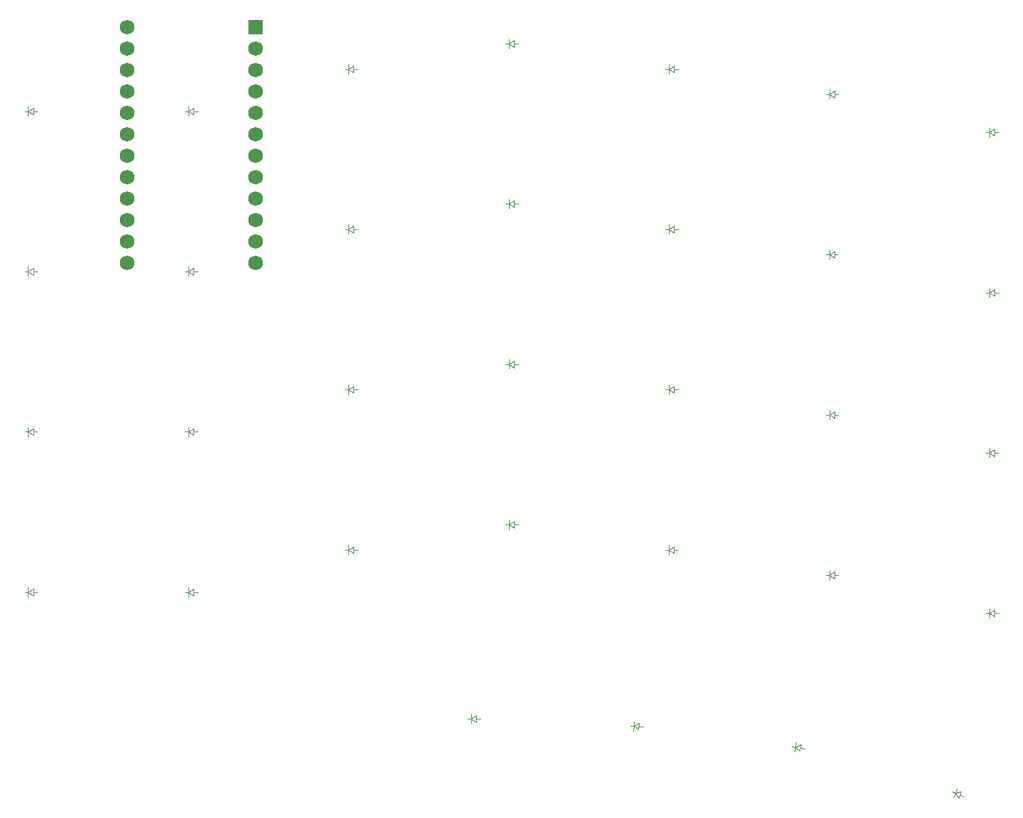
<source format=gbr>
%TF.GenerationSoftware,KiCad,Pcbnew,8.0.6*%
%TF.CreationDate,2024-11-09T22:39:55-08:00*%
%TF.ProjectId,altair,616c7461-6972-42e6-9b69-6361645f7063,v1.0.0*%
%TF.SameCoordinates,Original*%
%TF.FileFunction,Legend,Bot*%
%TF.FilePolarity,Positive*%
%FSLAX46Y46*%
G04 Gerber Fmt 4.6, Leading zero omitted, Abs format (unit mm)*
G04 Created by KiCad (PCBNEW 8.0.6) date 2024-11-09 22:39:55*
%MOMM*%
%LPD*%
G01*
G04 APERTURE LIST*
%ADD10C,0.100000*%
%ADD11R,1.752600X1.752600*%
%ADD12C,1.752600*%
G04 APERTURE END LIST*
D10*
%TO.C,D1*%
X100250000Y-105000000D02*
X100750000Y-105000000D01*
X100250000Y-105400000D02*
X99650000Y-105000000D01*
X100250000Y-104600000D02*
X100250000Y-105400000D01*
X99650000Y-105000000D02*
X100250000Y-104600000D01*
X99650000Y-105000000D02*
X99650000Y-105550000D01*
X99650000Y-105000000D02*
X99650000Y-104450000D01*
X99250000Y-105000000D02*
X99650000Y-105000000D01*
%TO.C,D2*%
X100250000Y-86000000D02*
X100750000Y-86000000D01*
X100250000Y-86400000D02*
X99650000Y-86000000D01*
X100250000Y-85600000D02*
X100250000Y-86400000D01*
X99650000Y-86000000D02*
X100250000Y-85600000D01*
X99650000Y-86000000D02*
X99650000Y-86550000D01*
X99650000Y-86000000D02*
X99650000Y-85450000D01*
X99250000Y-86000000D02*
X99650000Y-86000000D01*
%TO.C,D3*%
X100250000Y-67000000D02*
X100750000Y-67000000D01*
X100250000Y-67400000D02*
X99650000Y-67000000D01*
X100250000Y-66600000D02*
X100250000Y-67400000D01*
X99650000Y-67000000D02*
X100250000Y-66600000D01*
X99650000Y-67000000D02*
X99650000Y-67550000D01*
X99650000Y-67000000D02*
X99650000Y-66450000D01*
X99250000Y-67000000D02*
X99650000Y-67000000D01*
%TO.C,D4*%
X100250000Y-48000000D02*
X100750000Y-48000000D01*
X100250000Y-48400000D02*
X99650000Y-48000000D01*
X100250000Y-47600000D02*
X100250000Y-48400000D01*
X99650000Y-48000000D02*
X100250000Y-47600000D01*
X99650000Y-48000000D02*
X99650000Y-48550000D01*
X99650000Y-48000000D02*
X99650000Y-47450000D01*
X99250000Y-48000000D02*
X99650000Y-48000000D01*
%TO.C,D5*%
X119250000Y-105000000D02*
X119750000Y-105000000D01*
X119250000Y-105400000D02*
X118650000Y-105000000D01*
X119250000Y-104600000D02*
X119250000Y-105400000D01*
X118650000Y-105000000D02*
X119250000Y-104600000D01*
X118650000Y-105000000D02*
X118650000Y-105550000D01*
X118650000Y-105000000D02*
X118650000Y-104450000D01*
X118250000Y-105000000D02*
X118650000Y-105000000D01*
%TO.C,D6*%
X119250000Y-86000000D02*
X119750000Y-86000000D01*
X119250000Y-86400000D02*
X118650000Y-86000000D01*
X119250000Y-85600000D02*
X119250000Y-86400000D01*
X118650000Y-86000000D02*
X119250000Y-85600000D01*
X118650000Y-86000000D02*
X118650000Y-86550000D01*
X118650000Y-86000000D02*
X118650000Y-85450000D01*
X118250000Y-86000000D02*
X118650000Y-86000000D01*
%TO.C,D7*%
X119250000Y-67000000D02*
X119750000Y-67000000D01*
X119250000Y-67400000D02*
X118650000Y-67000000D01*
X119250000Y-66600000D02*
X119250000Y-67400000D01*
X118650000Y-67000000D02*
X119250000Y-66600000D01*
X118650000Y-67000000D02*
X118650000Y-67550000D01*
X118650000Y-67000000D02*
X118650000Y-66450000D01*
X118250000Y-67000000D02*
X118650000Y-67000000D01*
%TO.C,D8*%
X119250000Y-48000000D02*
X119750000Y-48000000D01*
X119250000Y-48400000D02*
X118650000Y-48000000D01*
X119250000Y-47600000D02*
X119250000Y-48400000D01*
X118650000Y-48000000D02*
X119250000Y-47600000D01*
X118650000Y-48000000D02*
X118650000Y-48550000D01*
X118650000Y-48000000D02*
X118650000Y-47450000D01*
X118250000Y-48000000D02*
X118650000Y-48000000D01*
%TO.C,D9*%
X138250000Y-100000000D02*
X138750000Y-100000000D01*
X138250000Y-100400000D02*
X137650000Y-100000000D01*
X138250000Y-99600000D02*
X138250000Y-100400000D01*
X137650000Y-100000000D02*
X138250000Y-99600000D01*
X137650000Y-100000000D02*
X137650000Y-100550000D01*
X137650000Y-100000000D02*
X137650000Y-99450000D01*
X137250000Y-100000000D02*
X137650000Y-100000000D01*
%TO.C,D10*%
X138250000Y-81000000D02*
X138750000Y-81000000D01*
X138250000Y-81400000D02*
X137650000Y-81000000D01*
X138250000Y-80600000D02*
X138250000Y-81400000D01*
X137650000Y-81000000D02*
X138250000Y-80600000D01*
X137650000Y-81000000D02*
X137650000Y-81550000D01*
X137650000Y-81000000D02*
X137650000Y-80450000D01*
X137250000Y-81000000D02*
X137650000Y-81000000D01*
%TO.C,D11*%
X138250000Y-62000000D02*
X138750000Y-62000000D01*
X138250000Y-62400000D02*
X137650000Y-62000000D01*
X138250000Y-61600000D02*
X138250000Y-62400000D01*
X137650000Y-62000000D02*
X138250000Y-61600000D01*
X137650000Y-62000000D02*
X137650000Y-62550000D01*
X137650000Y-62000000D02*
X137650000Y-61450000D01*
X137250000Y-62000000D02*
X137650000Y-62000000D01*
%TO.C,D12*%
X138250000Y-43000000D02*
X138750000Y-43000000D01*
X138250000Y-43400000D02*
X137650000Y-43000000D01*
X138250000Y-42600000D02*
X138250000Y-43400000D01*
X137650000Y-43000000D02*
X138250000Y-42600000D01*
X137650000Y-43000000D02*
X137650000Y-43550000D01*
X137650000Y-43000000D02*
X137650000Y-42450000D01*
X137250000Y-43000000D02*
X137650000Y-43000000D01*
%TO.C,D13*%
X157250000Y-97000000D02*
X157750000Y-97000000D01*
X157250000Y-97400000D02*
X156650000Y-97000000D01*
X157250000Y-96600000D02*
X157250000Y-97400000D01*
X156650000Y-97000000D02*
X157250000Y-96600000D01*
X156650000Y-97000000D02*
X156650000Y-97550000D01*
X156650000Y-97000000D02*
X156650000Y-96450000D01*
X156250000Y-97000000D02*
X156650000Y-97000000D01*
%TO.C,D14*%
X157250000Y-78000000D02*
X157750000Y-78000000D01*
X157250000Y-78400000D02*
X156650000Y-78000000D01*
X157250000Y-77600000D02*
X157250000Y-78400000D01*
X156650000Y-78000000D02*
X157250000Y-77600000D01*
X156650000Y-78000000D02*
X156650000Y-78550000D01*
X156650000Y-78000000D02*
X156650000Y-77450000D01*
X156250000Y-78000000D02*
X156650000Y-78000000D01*
%TO.C,D15*%
X157250000Y-59000000D02*
X157750000Y-59000000D01*
X157250000Y-59400000D02*
X156650000Y-59000000D01*
X157250000Y-58600000D02*
X157250000Y-59400000D01*
X156650000Y-59000000D02*
X157250000Y-58600000D01*
X156650000Y-59000000D02*
X156650000Y-59550000D01*
X156650000Y-59000000D02*
X156650000Y-58450000D01*
X156250000Y-59000000D02*
X156650000Y-59000000D01*
%TO.C,D16*%
X157250000Y-40000000D02*
X157750000Y-40000000D01*
X157250000Y-40400000D02*
X156650000Y-40000000D01*
X157250000Y-39600000D02*
X157250000Y-40400000D01*
X156650000Y-40000000D02*
X157250000Y-39600000D01*
X156650000Y-40000000D02*
X156650000Y-40550000D01*
X156650000Y-40000000D02*
X156650000Y-39450000D01*
X156250000Y-40000000D02*
X156650000Y-40000000D01*
%TO.C,D17*%
X176250000Y-100000000D02*
X176750000Y-100000000D01*
X176250000Y-100400000D02*
X175650000Y-100000000D01*
X176250000Y-99600000D02*
X176250000Y-100400000D01*
X175650000Y-100000000D02*
X176250000Y-99600000D01*
X175650000Y-100000000D02*
X175650000Y-100550000D01*
X175650000Y-100000000D02*
X175650000Y-99450000D01*
X175250000Y-100000000D02*
X175650000Y-100000000D01*
%TO.C,D18*%
X176250000Y-81000000D02*
X176750000Y-81000000D01*
X176250000Y-81400000D02*
X175650000Y-81000000D01*
X176250000Y-80600000D02*
X176250000Y-81400000D01*
X175650000Y-81000000D02*
X176250000Y-80600000D01*
X175650000Y-81000000D02*
X175650000Y-81550000D01*
X175650000Y-81000000D02*
X175650000Y-80450000D01*
X175250000Y-81000000D02*
X175650000Y-81000000D01*
%TO.C,D19*%
X176250000Y-62000000D02*
X176750000Y-62000000D01*
X176250000Y-62400000D02*
X175650000Y-62000000D01*
X176250000Y-61600000D02*
X176250000Y-62400000D01*
X175650000Y-62000000D02*
X176250000Y-61600000D01*
X175650000Y-62000000D02*
X175650000Y-62550000D01*
X175650000Y-62000000D02*
X175650000Y-61450000D01*
X175250000Y-62000000D02*
X175650000Y-62000000D01*
%TO.C,D20*%
X176250000Y-43000000D02*
X176750000Y-43000000D01*
X176250000Y-43400000D02*
X175650000Y-43000000D01*
X176250000Y-42600000D02*
X176250000Y-43400000D01*
X175650000Y-43000000D02*
X176250000Y-42600000D01*
X175650000Y-43000000D02*
X175650000Y-43550000D01*
X175650000Y-43000000D02*
X175650000Y-42450000D01*
X175250000Y-43000000D02*
X175650000Y-43000000D01*
%TO.C,D21*%
X195250000Y-103000000D02*
X195750000Y-103000000D01*
X195250000Y-103400000D02*
X194650000Y-103000000D01*
X195250000Y-102600000D02*
X195250000Y-103400000D01*
X194650000Y-103000000D02*
X195250000Y-102600000D01*
X194650000Y-103000000D02*
X194650000Y-103550000D01*
X194650000Y-103000000D02*
X194650000Y-102450000D01*
X194250000Y-103000000D02*
X194650000Y-103000000D01*
%TO.C,D22*%
X195250000Y-84000000D02*
X195750000Y-84000000D01*
X195250000Y-84400000D02*
X194650000Y-84000000D01*
X195250000Y-83600000D02*
X195250000Y-84400000D01*
X194650000Y-84000000D02*
X195250000Y-83600000D01*
X194650000Y-84000000D02*
X194650000Y-84550000D01*
X194650000Y-84000000D02*
X194650000Y-83450000D01*
X194250000Y-84000000D02*
X194650000Y-84000000D01*
%TO.C,D23*%
X195250000Y-65000000D02*
X195750000Y-65000000D01*
X195250000Y-65400000D02*
X194650000Y-65000000D01*
X195250000Y-64600000D02*
X195250000Y-65400000D01*
X194650000Y-65000000D02*
X195250000Y-64600000D01*
X194650000Y-65000000D02*
X194650000Y-65550000D01*
X194650000Y-65000000D02*
X194650000Y-64450000D01*
X194250000Y-65000000D02*
X194650000Y-65000000D01*
%TO.C,D24*%
X195250000Y-46000000D02*
X195750000Y-46000000D01*
X195250000Y-46400000D02*
X194650000Y-46000000D01*
X195250000Y-45600000D02*
X195250000Y-46400000D01*
X194650000Y-46000000D02*
X195250000Y-45600000D01*
X194650000Y-46000000D02*
X194650000Y-46550000D01*
X194650000Y-46000000D02*
X194650000Y-45450000D01*
X194250000Y-46000000D02*
X194650000Y-46000000D01*
%TO.C,D25*%
X214250000Y-107500000D02*
X214750000Y-107500000D01*
X214250000Y-107900000D02*
X213650000Y-107500000D01*
X214250000Y-107100000D02*
X214250000Y-107900000D01*
X213650000Y-107500000D02*
X214250000Y-107100000D01*
X213650000Y-107500000D02*
X213650000Y-108050000D01*
X213650000Y-107500000D02*
X213650000Y-106950000D01*
X213250000Y-107500000D02*
X213650000Y-107500000D01*
%TO.C,D26*%
X214250000Y-88500000D02*
X214750000Y-88500000D01*
X214250000Y-88900000D02*
X213650000Y-88500000D01*
X214250000Y-88100000D02*
X214250000Y-88900000D01*
X213650000Y-88500000D02*
X214250000Y-88100000D01*
X213650000Y-88500000D02*
X213650000Y-89050000D01*
X213650000Y-88500000D02*
X213650000Y-87950000D01*
X213250000Y-88500000D02*
X213650000Y-88500000D01*
%TO.C,D27*%
X214250000Y-69500000D02*
X214750000Y-69500000D01*
X214250000Y-69900000D02*
X213650000Y-69500000D01*
X214250000Y-69100000D02*
X214250000Y-69900000D01*
X213650000Y-69500000D02*
X214250000Y-69100000D01*
X213650000Y-69500000D02*
X213650000Y-70050000D01*
X213650000Y-69500000D02*
X213650000Y-68950000D01*
X213250000Y-69500000D02*
X213650000Y-69500000D01*
%TO.C,D28*%
X214250000Y-50500000D02*
X214750000Y-50500000D01*
X214250000Y-50900000D02*
X213650000Y-50500000D01*
X214250000Y-50100000D02*
X214250000Y-50900000D01*
X213650000Y-50500000D02*
X214250000Y-50100000D01*
X213650000Y-50500000D02*
X213650000Y-51050000D01*
X213650000Y-50500000D02*
X213650000Y-49950000D01*
X213250000Y-50500000D02*
X213650000Y-50500000D01*
%TO.C,D29*%
X152750000Y-120000000D02*
X153250000Y-120000000D01*
X152750000Y-120400000D02*
X152150000Y-120000000D01*
X152750000Y-119600000D02*
X152750000Y-120400000D01*
X152150000Y-120000000D02*
X152750000Y-119600000D01*
X152150000Y-120000000D02*
X152150000Y-120550000D01*
X152150000Y-120000000D02*
X152150000Y-119450000D01*
X151750000Y-120000000D02*
X152150000Y-120000000D01*
%TO.C,D30*%
X172059619Y-120908568D02*
X172557716Y-120952146D01*
X172024756Y-121307046D02*
X171461902Y-120856274D01*
X172094481Y-120510090D02*
X172024756Y-121307046D01*
X171461902Y-120856274D02*
X172094481Y-120510090D01*
X171461902Y-120856274D02*
X171413966Y-121404182D01*
X171461902Y-120856274D02*
X171509838Y-120308367D01*
X171063424Y-120821412D02*
X171461902Y-120856274D01*
%TO.C,D31*%
X191222265Y-123453376D02*
X191714669Y-123540200D01*
X191152806Y-123847299D02*
X190631380Y-123349187D01*
X191291724Y-123059453D02*
X191152806Y-123847299D01*
X190631380Y-123349187D02*
X191291724Y-123059453D01*
X190631380Y-123349187D02*
X190535874Y-123890831D01*
X190631380Y-123349187D02*
X190726887Y-122807543D01*
X190237457Y-123279728D02*
X190631380Y-123349187D01*
%TO.C,D32*%
X210146801Y-129043011D02*
X210610393Y-129230314D01*
X209996958Y-129413884D02*
X209590491Y-128818247D01*
X210296644Y-128672137D02*
X209996958Y-129413884D01*
X209590491Y-128818247D02*
X210296644Y-128672137D01*
X209590491Y-128818247D02*
X209384457Y-129328198D01*
X209590491Y-128818247D02*
X209796524Y-128308296D01*
X209219617Y-128668404D02*
X209590491Y-128818247D01*
%TD*%
D11*
%TO.C,MCU1*%
X126620000Y-38030000D03*
D12*
X126620000Y-40570000D03*
X126620000Y-43110000D03*
X126620000Y-45650000D03*
X126620000Y-48190000D03*
X126620000Y-50730000D03*
X126620000Y-53270000D03*
X126620000Y-55810000D03*
X126620000Y-58350000D03*
X126620000Y-60890000D03*
X126620000Y-63430000D03*
X126620000Y-65970000D03*
X111380000Y-38030000D03*
X111380000Y-40570000D03*
X111380000Y-43110000D03*
X111380000Y-45650000D03*
X111380000Y-48190000D03*
X111380000Y-50730000D03*
X111380000Y-53270000D03*
X111380000Y-55810000D03*
X111380000Y-58350000D03*
X111380000Y-60890000D03*
X111380000Y-63430000D03*
X111380000Y-65970000D03*
%TD*%
M02*

</source>
